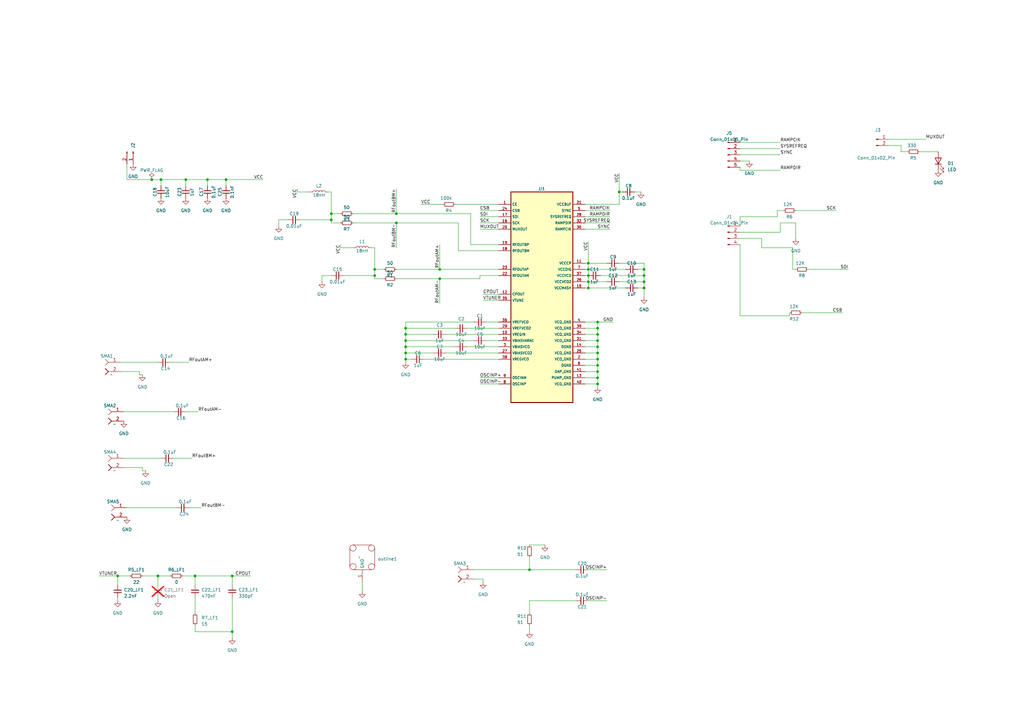
<source format=kicad_sch>
(kicad_sch (version 20231120) (generator "eeschema") (generator_version "8.0")
  (paper "A3")
  (lib_symbols
    (symbol "Connector:Conn_01x02_Pin" (pin_names (offset 1.016) hide)
      (property "Reference" "J" (at 0 2.54 0))
      (property "Value" "Conn_01x02_Pin" (at 0 -5.08 0))
      (symbol "Conn_01x02_Pin_1_1"
        (polyline (pts (xy 1.27 -2.54) (xy 0.8636 -2.54)) (stroke (width 0.1524)))
        (polyline (pts (xy 1.27 0) (xy 0.8636 0)) (stroke (width 0.1524)))
        (rectangle (start 0.8636 -2.413) (end 0 -2.667) (stroke (width 0.1524)) (fill (type outline)))
        (rectangle (start 0.8636 0.127) (end 0 -0.127) (stroke (width 0.1524)) (fill (type outline)))
        (pin passive line (at 5.08 0 180) (length 3.81) (name "Pin_1") (number "1"))
        (pin passive line (at 5.08 -2.54 180) (length 3.81) (name "Pin_2") (number "2"))
      )
    )
    (symbol "Connector:Conn_01x04_Pin" (pin_names (offset 1.016) hide)
      (property "Reference" "J" (at 0 5.08 0))
      (property "Value" "Conn_01x04_Pin" (at 0 -7.62 0))
      (symbol "Conn_01x04_Pin_1_1"
        (polyline (pts (xy 1.27 -5.08) (xy 0.8636 -5.08)) (stroke (width 0.1524)))
        (polyline (pts (xy 1.27 -2.54) (xy 0.8636 -2.54)) (stroke (width 0.1524)))
        (polyline (pts (xy 1.27 0) (xy 0.8636 0)) (stroke (width 0.1524)))
        (polyline (pts (xy 1.27 2.54) (xy 0.8636 2.54)) (stroke (width 0.1524)))
        (rectangle (start 0.8636 -4.953) (end 0 -5.207) (stroke (width 0.1524)) (fill (type outline)))
        (rectangle (start 0.8636 -2.413) (end 0 -2.667) (stroke (width 0.1524)) (fill (type outline)))
        (rectangle (start 0.8636 0.127) (end 0 -0.127) (stroke (width 0.1524)) (fill (type outline)))
        (rectangle (start 0.8636 2.667) (end 0 2.413) (stroke (width 0.1524)) (fill (type outline)))
        (pin passive line (at 5.08 2.54 180) (length 3.81) (name "Pin_1") (number "1"))
        (pin passive line (at 5.08 0 180) (length 3.81) (name "Pin_2") (number "2"))
        (pin passive line (at 5.08 -2.54 180) (length 3.81) (name "Pin_3") (number "3"))
        (pin passive line (at 5.08 -5.08 180) (length 3.81) (name "Pin_4") (number "4"))
      )
    )
    (symbol "Connector:Conn_01x05_Pin" (pin_names (offset 1.016) hide)
      (property "Reference" "J" (at 0 7.62 0))
      (property "Value" "Conn_01x05_Pin" (at 0 -7.62 0))
      (symbol "Conn_01x05_Pin_1_1"
        (polyline (pts (xy 1.27 -5.08) (xy 0.8636 -5.08)) (stroke (width 0.1524)))
        (polyline (pts (xy 1.27 -2.54) (xy 0.8636 -2.54)) (stroke (width 0.1524)))
        (polyline (pts (xy 1.27 0) (xy 0.8636 0)) (stroke (width 0.1524)))
        (polyline (pts (xy 1.27 2.54) (xy 0.8636 2.54)) (stroke (width 0.1524)))
        (polyline (pts (xy 1.27 5.08) (xy 0.8636 5.08)) (stroke (width 0.1524)))
        (rectangle (start 0.8636 -4.953) (end 0 -5.207) (stroke (width 0.1524)) (fill (type outline)))
        (rectangle (start 0.8636 -2.413) (end 0 -2.667) (stroke (width 0.1524)) (fill (type outline)))
        (rectangle (start 0.8636 0.127) (end 0 -0.127) (stroke (width 0.1524)) (fill (type outline)))
        (rectangle (start 0.8636 2.667) (end 0 2.413) (stroke (width 0.1524)) (fill (type outline)))
        (rectangle (start 0.8636 5.207) (end 0 4.953) (stroke (width 0.1524)) (fill (type outline)))
        (pin passive line (at 5.08 5.08 180) (length 3.81) (name "Pin_1") (number "1"))
        (pin passive line (at 5.08 2.54 180) (length 3.81) (name "Pin_2") (number "2"))
        (pin passive line (at 5.08 0 180) (length 3.81) (name "Pin_3") (number "3"))
        (pin passive line (at 5.08 -2.54 180) (length 3.81) (name "Pin_4") (number "4"))
        (pin passive line (at 5.08 -5.08 180) (length 3.81) (name "Pin_5") (number "5"))
      )
    )
    (symbol "Device:C_Small" (pin_numbers hide) (pin_names (offset 0.254) hide)
      (property "Reference" "C" (at 0.254 1.778 0))
      (property "Value" "C_Small" (at 0.254 -2.032 0))
      (symbol "C_Small_0_1"
        (polyline (pts (xy -1.524 -0.508) (xy 1.524 -0.508)) (stroke (width 0.3302)))
        (polyline (pts (xy -1.524 0.508) (xy 1.524 0.508)) (stroke (width 0.3048)))
      )
      (symbol "C_Small_1_1"
        (pin passive line (at 0 2.54 270) (length 2.032) (name "~") (number "1"))
        (pin passive line (at 0 -2.54 90) (length 2.032) (name "~") (number "2"))
      )
    )
    (symbol "Device:L" (pin_numbers hide) (pin_names (offset 1.016) hide)
      (property "Reference" "L" (at -1.27 0 90))
      (property "Value" "L" (at 1.905 0 90))
      (symbol "L_0_1"
        (arc (start 0 -2.54) (mid 0.6323 -1.905) (end 0 -1.27))
        (arc (start 0 -1.27) (mid 0.6323 -0.635) (end 0 0))
        (arc (start 0 0) (mid 0.6323 0.635) (end 0 1.27))
        (arc (start 0 1.27) (mid 0.6323 1.905) (end 0 2.54))
      )
      (symbol "L_1_1"
        (pin passive line (at 0 3.81 270) (length 1.27) (name "1") (number "1"))
        (pin passive line (at 0 -3.81 90) (length 1.27) (name "2") (number "2"))
      )
    )
    (symbol "Device:LED" (pin_numbers hide) (pin_names (offset 1.016) hide)
      (property "Reference" "D" (at 0 2.54 0))
      (property "Value" "LED" (at 0 -2.54 0))
      (symbol "LED_0_1"
        (polyline (pts (xy -1.27 -1.27) (xy -1.27 1.27)) (stroke (width 0.254)))
        (polyline (pts (xy -1.27 0) (xy 1.27 0)))
        (polyline (pts (xy 1.27 -1.27) (xy 1.27 1.27) (xy -1.27 0) (xy 1.27 -1.27)) (stroke (width 0.254)))
        (polyline (pts (xy -3.048 -0.762) (xy -4.572 -2.286) (xy -3.81 -2.286) (xy -4.572 -2.286) (xy -4.572 -1.524)))
        (polyline (pts (xy -1.778 -0.762) (xy -3.302 -2.286) (xy -2.54 -2.286) (xy -3.302 -2.286) (xy -3.302 -1.524)))
      )
      (symbol "LED_1_1"
        (pin passive line (at -3.81 0 0) (length 2.54) (name "K") (number "1"))
        (pin passive line (at 3.81 0 180) (length 2.54) (name "A") (number "2"))
      )
    )
    (symbol "Device:R_Small" (pin_numbers hide) (pin_names (offset 0.254) hide)
      (property "Reference" "R" (at 0.762 0.508 0))
      (property "Value" "R_Small" (at 0.762 -1.016 0))
      (symbol "R_Small_0_1"
        (rectangle (start -0.762 1.778) (end 0.762 -1.778) (stroke (width 0.2032)))
      )
      (symbol "R_Small_1_1"
        (pin passive line (at 0 2.54 270) (length 0.762) (name "~") (number "1"))
        (pin passive line (at 0 -2.54 90) (length 0.762) (name "~") (number "2"))
      )
    )
    (symbol "Radar:PLL-LMX2594"
      (property "Reference" "U" (at 0 0 0))
      (symbol "PLL-LMX2594_0_0"
        (rectangle (start -54.61 39.37) (end -29.21 -46.99) (stroke (width 0.41)) (fill (type background)))
        (pin input line (at -59.69 34.29 0) (length 5.08) (name "CE") (number "1"))
        (pin input line (at -59.69 -19.05 0) (length 5.08) (name "VREGIN") (number "10"))
        (pin power_in line (at -24.13 10.16 180) (length 5.08) (name "VCCCP") (number "11"))
        (pin output line (at -59.69 -2.54 0) (length 5.08) (name "CPOUT") (number "12"))
        (pin power_in line (at -24.13 -36.83 180) (length 5.08) (name "PUMP_GND") (number "13"))
        (pin power_in line (at -24.13 -24.13 180) (length 5.08) (name "DGND") (number "14"))
        (pin power_in line (at -24.13 0 180) (length 5.08) (name "VCCMASH") (number "15"))
        (pin input line (at -59.69 26.67 0) (length 5.08) (name "SCK") (number "16"))
        (pin input line (at -59.69 29.21 0) (length 5.08) (name "SDI") (number "17"))
        (pin output line (at -59.69 15.24 0) (length 5.08) (name "RFOUTBM") (number "18"))
        (pin output line (at -59.69 17.78 0) (length 5.08) (name "RFOUTBP") (number "19"))
        (pin power_in line (at -24.13 -29.21 180) (length 5.08) (name "VCO_GND") (number "2"))
        (pin output line (at -59.69 24.13 0) (length 5.08) (name "MUXOUT") (number "20"))
        (pin power_in line (at -24.13 34.29 180) (length 5.08) (name "VCCBUF") (number "21"))
        (pin output line (at -59.69 5.08 0) (length 5.08) (name "RFOUTAM") (number "22"))
        (pin output line (at -59.69 7.62 0) (length 5.08) (name "RFOUTAP") (number "23"))
        (pin input line (at -59.69 31.75 0) (length 5.08) (name "CSB") (number "24"))
        (pin power_in line (at -24.13 -26.67 180) (length 5.08) (name "VCO_GND") (number "25"))
        (pin power_in line (at -24.13 2.54 180) (length 5.08) (name "VCCVCO2") (number "26"))
        (pin bidirectional line (at -59.69 -26.67 0) (length 5.08) (name "VBIASVCO2") (number "27"))
        (pin input line (at -24.13 29.21 180) (length 5.08) (name "SYSREFREQ") (number "28"))
        (pin input line (at -59.69 -16.51 0) (length 5.08) (name "VREFVCO2") (number "29"))
        (pin bidirectional line (at -59.69 -24.13 0) (length 5.08) (name "VBIASVCO") (number "3"))
        (pin input line (at -24.13 24.13 180) (length 5.08) (name "RAMPCIK") (number "30"))
        (pin power_in line (at -24.13 -21.59 180) (length 5.08) (name "VCO_GND") (number "31"))
        (pin input line (at -24.13 26.67 180) (length 5.08) (name "RAMPDIR") (number "32"))
        (pin bidirectional line (at -59.69 -21.59 0) (length 5.08) (name "VBIASVARAC") (number "33"))
        (pin power_in line (at -24.13 -19.05 180) (length 5.08) (name "VCO_GND") (number "34"))
        (pin input line (at -59.69 -5.08 0) (length 5.08) (name "VTUNE") (number "35"))
        (pin input line (at -59.69 -13.97 0) (length 5.08) (name "VREFVCO") (number "36"))
        (pin power_in line (at -24.13 5.08 180) (length 5.08) (name "VCCVCO") (number "37"))
        (pin bidirectional line (at -59.69 -29.21 0) (length 5.08) (name "VREGVCO") (number "38"))
        (pin power_in line (at -24.13 -16.51 180) (length 5.08) (name "VCO_GND") (number "39"))
        (pin power_in line (at -24.13 -13.97 180) (length 5.08) (name "VCO_GND") (number "4"))
        (pin power_in line (at -24.13 -39.37 180) (length 5.08) (name "VCO_GND") (number "40"))
        (pin power_in line (at -24.13 -34.29 180) (length 5.08) (name "DAP_GND") (number "41"))
        (pin input line (at -24.13 31.75 180) (length 5.08) (name "SYNC") (number "5"))
        (pin power_in line (at -24.13 -31.75 180) (length 5.08) (name "DGND") (number "6"))
        (pin power_in line (at -24.13 7.62 180) (length 5.08) (name "VCCDIG") (number "7"))
        (pin input line (at -59.69 -39.37 0) (length 5.08) (name "OSCINP") (number "8"))
        (pin input line (at -59.69 -36.83 0) (length 5.08) (name "OSCINM") (number "9"))
      )
    )
    (symbol "Radar:SMA"
      (property "Reference" "SMA" (at 1.27 -1.27 0))
      (symbol "SMA_0_1"
        (polyline (pts (xy -1.27 1.27) (xy -2.54 0)))
        (polyline (pts (xy -1.27 1.27) (xy -2.54 0)))
        (polyline (pts (xy -1.27 1.27) (xy -2.54 0)))
        (polyline (pts (xy -1.27 1.27) (xy -2.54 0)))
        (polyline (pts (xy -1.27 1.27) (xy -2.54 2.54)))
        (polyline (pts (xy -1.27 1.27) (xy -2.54 2.54)))
        (polyline (pts (xy -1.27 1.27) (xy -2.54 2.54)))
        (polyline (pts (xy -1.27 1.27) (xy -2.54 2.54)))
        (polyline (pts (xy -1.27 5.08) (xy -2.54 3.81)))
        (polyline (pts (xy -1.27 5.08) (xy -2.54 6.35)))
      )
      (symbol "SMA_1_1"
        (pin passive line (at 3.81 5.08 180) (length 5.08) (name "") (number "1"))
        (pin passive line (at 3.81 1.27 180) (length 5.08) (name "") (number "2"))
      )
    )
    (symbol "Radar:outline"
      (property "Reference" "outline" (at 0 6.35 0))
      (symbol "outline_0_1"
        (circle (center -3.81 -3.81) (radius 1.27))
        (circle (center -3.81 3.81) (radius 1.27))
        (polyline (pts (xy -5.08 3.81) (xy -5.08 -3.81)))
        (polyline (pts (xy -3.81 -5.08) (xy 3.81 -5.08)))
        (polyline (pts (xy 3.81 5.08) (xy -3.81 5.08)))
        (polyline (pts (xy 5.08 3.81) (xy 5.08 -3.81)))
        (circle (center 3.81 -3.81) (radius 1.27))
        (circle (center 3.81 3.81) (radius 1.27))
      )
      (symbol "outline_1_1"
        (pin free line (at -10.16 0 0) (length 5.08) (name "GND") (number "1"))
      )
    )
    (symbol "power:GND" (power) (pin_names (offset 0))
      (property "Value" "GND" (at 0 -3.81 0))
      (symbol "GND_0_1"
        (polyline (pts (xy 0 0) (xy 0 -1.27) (xy 1.27 -1.27) (xy 0 -2.54) (xy -1.27 -1.27) (xy 0 -1.27)))
      )
      (symbol "GND_1_1"
        (pin power_in line (at 0 0 270) (length 0) hide (name "GND") (number "1"))
      )
    )
    (symbol "power:PWR_FLAG" (power) (pin_numbers hide) (pin_names (offset 0) hide)
      (property "Value" "PWR_FLAG" (at 0 3.81 0))
      (symbol "PWR_FLAG_0_0"
        (pin power_out line (at 0 0 90) (length 0) (name "pwr") (number "1"))
      )
      (symbol "PWR_FLAG_0_1"
        (polyline (pts (xy 0 0) (xy 0 1.27) (xy -1.016 1.905) (xy 0 2.54) (xy 1.016 1.905) (xy 0 1.27)))
      )
    )
  )
  (junction (at 241.3 113.03))
  (junction (at 95.25 259.08))
  (junction (at 135.89 90.17))
  (junction (at 153.67 110.49))
  (junction (at 245.11 147.32))
  (junction (at 245.11 139.7))
  (junction (at 62.23 73.66))
  (junction (at 245.11 132.08))
  (junction (at 245.11 144.78))
  (junction (at 166.37 144.78))
  (junction (at 245.11 157.48))
  (junction (at 166.37 147.32))
  (junction (at 245.11 152.4))
  (junction (at 180.34 114.3))
  (junction (at 241.3 107.95))
  (junction (at 166.37 134.62))
  (junction (at 80.01 236.22))
  (junction (at 48.26 236.22))
  (junction (at 245.11 149.86))
  (junction (at 217.17 233.68))
  (junction (at 153.67 113.03))
  (junction (at 92.71 73.66))
  (junction (at 66.04 73.66))
  (junction (at 64.77 236.22))
  (junction (at 95.25 236.22))
  (junction (at 166.37 139.7))
  (junction (at 162.56 87.63))
  (junction (at 245.11 137.16))
  (junction (at 135.89 87.63))
  (junction (at 85.09 73.66))
  (junction (at 264.16 113.03))
  (junction (at 166.37 137.16))
  (junction (at 241.3 110.49))
  (junction (at 180.34 110.49))
  (junction (at 166.37 142.24))
  (junction (at 241.3 118.11))
  (junction (at 162.56 91.44))
  (junction (at 264.16 115.57))
  (junction (at 241.3 115.57))
  (junction (at 264.16 118.11))
  (junction (at 245.11 134.62))
  (junction (at 76.2 73.66))
  (junction (at 245.11 154.94))
  (junction (at 264.16 110.49))
  (junction (at 245.11 142.24))
  (junction (at 254 78.74))
  (wire (pts (xy 193.04 100.33) (xy 193.04 87.63)))
  (wire (pts (xy 196.85 88.9) (xy 204.47 88.9)))
  (wire (pts (xy 372.11 62.23) (xy 369.57 62.23)))
  (wire (pts (xy 162.56 114.3) (xy 180.34 114.3)))
  (wire (pts (xy 248.92 233.68) (xy 241.3 233.68)))
  (wire (pts (xy 240.03 157.48) (xy 245.11 157.48)))
  (wire (pts (xy 180.34 110.49) (xy 204.47 110.49)))
  (wire (pts (xy 264.16 118.11) (xy 264.16 121.92)))
  (wire (pts (xy 148.59 242.57) (xy 148.59 238.76)))
  (wire (pts (xy 64.77 246.38) (xy 64.77 245.11)))
  (wire (pts (xy 69.85 148.59) (xy 77.47 148.59)))
  (wire (pts (xy 240.03 115.57) (xy 241.3 115.57)))
  (wire (pts (xy 95.25 236.22) (xy 95.25 240.03)))
  (wire (pts (xy 325.12 101.6) (xy 325.12 110.49)))
  (wire (pts (xy 135.89 90.17) (xy 135.89 87.63)))
  (wire (pts (xy 241.3 115.57) (xy 248.92 115.57)))
  (wire (pts (xy 114.3 90.17) (xy 118.11 90.17)))
  (wire (pts (xy 250.19 91.44) (xy 240.03 91.44)))
  (wire (pts (xy 240.03 137.16) (xy 245.11 137.16)))
  (wire (pts (xy 194.31 139.7) (xy 166.37 139.7)))
  (wire (pts (xy 303.53 69.85) (xy 320.04 69.85)))
  (wire (pts (xy 186.69 134.62) (xy 166.37 134.62)))
  (wire (pts (xy 82.55 208.28) (xy 77.47 208.28)))
  (wire (pts (xy 245.11 134.62) (xy 245.11 137.16)))
  (wire (pts (xy 166.37 139.7) (xy 166.37 142.24)))
  (wire (pts (xy 240.03 110.49) (xy 241.3 110.49)))
  (wire (pts (xy 245.11 149.86) (xy 245.11 152.4)))
  (wire (pts (xy 312.42 97.79) (xy 303.53 97.79)))
  (wire (pts (xy 58.42 236.22) (xy 64.77 236.22)))
  (wire (pts (xy 217.17 256.54) (xy 217.17 259.08)))
  (wire (pts (xy 144.78 91.44) (xy 162.56 91.44)))
  (wire (pts (xy 250.19 88.9) (xy 240.03 88.9)))
  (wire (pts (xy 264.16 115.57) (xy 264.16 118.11)))
  (wire (pts (xy 80.01 259.08) (xy 95.25 259.08)))
  (wire (pts (xy 240.03 107.95) (xy 241.3 107.95)))
  (wire (pts (xy 204.47 100.33) (xy 193.04 100.33)))
  (wire (pts (xy 196.85 86.36) (xy 204.47 86.36)))
  (wire (pts (xy 166.37 132.08) (xy 166.37 134.62)))
  (wire (pts (xy 66.04 73.66) (xy 66.04 76.2)))
  (wire (pts (xy 92.71 73.66) (xy 107.95 73.66)))
  (wire (pts (xy 52.07 208.28) (xy 72.39 208.28)))
  (wire (pts (xy 245.11 142.24) (xy 245.11 144.78)))
  (wire (pts (xy 57.15 153.67) (xy 58.42 153.67)))
  (wire (pts (xy 240.03 147.32) (xy 245.11 147.32)))
  (wire (pts (xy 303.53 69.85) (xy 303.53 68.58)))
  (wire (pts (xy 245.11 132.08) (xy 251.46 132.08)))
  (wire (pts (xy 74.93 236.22) (xy 80.01 236.22)))
  (wire (pts (xy 153.67 101.6) (xy 153.67 110.49)))
  (wire (pts (xy 312.42 101.6) (xy 325.12 101.6)))
  (wire (pts (xy 52.07 73.66) (xy 52.07 67.31)))
  (wire (pts (xy 245.11 157.48) (xy 245.11 158.75)))
  (wire (pts (xy 196.85 157.48) (xy 204.47 157.48)))
  (wire (pts (xy 153.67 113.03) (xy 153.67 110.49)))
  (wire (pts (xy 85.09 73.66) (xy 85.09 76.2)))
  (wire (pts (xy 57.15 152.4) (xy 49.53 152.4)))
  (wire (pts (xy 50.8 168.91) (xy 71.12 168.91)))
  (wire (pts (xy 166.37 144.78) (xy 177.8 144.78)))
  (wire (pts (xy 254 78.74) (xy 254 83.82)))
  (wire (pts (xy 162.56 77.47) (xy 162.56 87.63)))
  (wire (pts (xy 182.88 137.16) (xy 204.47 137.16)))
  (wire (pts (xy 264.16 110.49) (xy 264.16 113.03)))
  (wire (pts (xy 194.31 237.49) (xy 198.12 237.49)))
  (wire (pts (xy 248.92 246.38) (xy 241.3 246.38)))
  (wire (pts (xy 241.3 113.03) (xy 241.3 115.57)))
  (wire (pts (xy 240.03 132.08) (xy 245.11 132.08)))
  (wire (pts (xy 240.03 113.03) (xy 241.3 113.03)))
  (wire (pts (xy 264.16 107.95) (xy 264.16 110.49)))
  (wire (pts (xy 57.15 152.4) (xy 57.15 153.67)))
  (wire (pts (xy 48.26 240.03) (xy 48.26 236.22)))
  (wire (pts (xy 196.85 91.44) (xy 204.47 91.44)))
  (wire (pts (xy 187.96 102.87) (xy 187.96 91.44)))
  (wire (pts (xy 80.01 245.11) (xy 80.01 251.46)))
  (wire (pts (xy 95.25 236.22) (xy 102.87 236.22)))
  (wire (pts (xy 261.62 110.49) (xy 264.16 110.49)))
  (wire (pts (xy 140.97 113.03) (xy 153.67 113.03)))
  (wire (pts (xy 240.03 118.11) (xy 241.3 118.11)))
  (wire (pts (xy 255.27 78.74) (xy 254 78.74)))
  (wire (pts (xy 325.12 110.49) (xy 326.39 110.49)))
  (wire (pts (xy 95.25 261.62) (xy 95.25 259.08)))
  (wire (pts (xy 240.03 139.7) (xy 245.11 139.7)))
  (wire (pts (xy 326.39 91.44) (xy 326.39 97.79)))
  (wire (pts (xy 198.12 237.49) (xy 198.12 238.76)))
  (wire (pts (xy 240.03 144.78) (xy 245.11 144.78)))
  (wire (pts (xy 303.53 60.96) (xy 320.04 60.96)))
  (wire (pts (xy 241.3 115.57) (xy 241.3 118.11)))
  (wire (pts (xy 81.28 168.91) (xy 76.2 168.91)))
  (wire (pts (xy 166.37 147.32) (xy 168.91 147.32)))
  (wire (pts (xy 127 78.74) (xy 121.92 78.74)))
  (wire (pts (xy 132.08 115.57) (xy 132.08 113.03)))
  (wire (pts (xy 135.89 78.74) (xy 135.89 87.63)))
  (wire (pts (xy 240.03 154.94) (xy 245.11 154.94)))
  (wire (pts (xy 196.85 93.98) (xy 204.47 93.98)))
  (wire (pts (xy 241.3 118.11) (xy 256.54 118.11)))
  (wire (pts (xy 240.03 134.62) (xy 245.11 134.62)))
  (wire (pts (xy 194.31 233.68) (xy 217.17 233.68)))
  (wire (pts (xy 153.67 110.49) (xy 157.48 110.49)))
  (wire (pts (xy 58.42 191.77) (xy 58.42 193.04)))
  (wire (pts (xy 204.47 102.87) (xy 187.96 102.87)))
  (wire (pts (xy 152.4 101.6) (xy 153.67 101.6)))
  (wire (pts (xy 323.85 128.27) (xy 323.85 129.54)))
  (wire (pts (xy 318.77 88.9) (xy 303.53 88.9)))
  (wire (pts (xy 166.37 147.32) (xy 166.37 148.59)))
  (wire (pts (xy 217.17 246.38) (xy 236.22 246.38)))
  (wire (pts (xy 95.25 259.08) (xy 95.25 245.11)))
  (wire (pts (xy 246.38 113.03) (xy 264.16 113.03)))
  (wire (pts (xy 114.3 92.71) (xy 114.3 90.17)))
  (wire (pts (xy 123.19 90.17) (xy 135.89 90.17)))
  (wire (pts (xy 193.04 87.63) (xy 162.56 87.63)))
  (wire (pts (xy 180.34 100.33) (xy 180.34 110.49)))
  (wire (pts (xy 62.23 73.66) (xy 66.04 73.66)))
  (wire (pts (xy 245.11 152.4) (xy 245.11 154.94)))
  (wire (pts (xy 369.57 59.69) (xy 364.49 59.69)))
  (wire (pts (xy 217.17 246.38) (xy 217.17 251.46)))
  (wire (pts (xy 250.19 93.98) (xy 240.03 93.98)))
  (wire (pts (xy 198.12 120.65) (xy 204.47 120.65)))
  (wire (pts (xy 217.17 223.52) (xy 223.52 223.52)))
  (wire (pts (xy 135.89 87.63) (xy 139.7 87.63)))
  (wire (pts (xy 80.01 236.22) (xy 80.01 240.03)))
  (wire (pts (xy 139.7 91.44) (xy 135.89 91.44)))
  (wire (pts (xy 64.77 236.22) (xy 64.77 240.03)))
  (wire (pts (xy 240.03 142.24) (xy 245.11 142.24)))
  (wire (pts (xy 153.67 114.3) (xy 153.67 113.03)))
  (wire (pts (xy 364.49 57.15) (xy 379.73 57.15)))
  (wire (pts (xy 48.26 246.38) (xy 48.26 245.11)))
  (wire (pts (xy 260.35 78.74) (xy 262.89 78.74)))
  (wire (pts (xy 303.53 88.9) (xy 303.53 92.71)))
  (wire (pts (xy 58.42 191.77) (xy 50.8 191.77)))
  (wire (pts (xy 240.03 152.4) (xy 245.11 152.4)))
  (wire (pts (xy 245.11 132.08) (xy 245.11 134.62)))
  (wire (pts (xy 245.11 154.94) (xy 245.11 157.48)))
  (wire (pts (xy 191.77 134.62) (xy 204.47 134.62)))
  (wire (pts (xy 312.42 101.6) (xy 312.42 97.79)))
  (wire (pts (xy 180.34 110.49) (xy 162.56 110.49)))
  (wire (pts (xy 254 115.57) (xy 264.16 115.57)))
  (wire (pts (xy 241.3 110.49) (xy 241.3 113.03)))
  (wire (pts (xy 64.77 236.22) (xy 69.85 236.22)))
  (wire (pts (xy 132.08 113.03) (xy 135.89 113.03)))
  (wire (pts (xy 162.56 87.63) (xy 144.78 87.63)))
  (wire (pts (xy 162.56 91.44) (xy 162.56 101.6)))
  (wire (pts (xy 139.7 101.6) (xy 139.7 100.33)))
  (wire (pts (xy 320.04 95.25) (xy 320.04 91.44)))
  (wire (pts (xy 245.11 137.16) (xy 245.11 139.7)))
  (wire (pts (xy 384.81 62.23) (xy 377.19 62.23)))
  (wire (pts (xy 303.53 129.54) (xy 323.85 129.54)))
  (wire (pts (xy 245.11 147.32) (xy 245.11 149.86)))
  (wire (pts (xy 66.04 73.66) (xy 76.2 73.66)))
  (wire (pts (xy 166.37 142.24) (xy 186.69 142.24)))
  (wire (pts (xy 166.37 144.78) (xy 166.37 147.32)))
  (wire (pts (xy 303.53 58.42) (xy 320.04 58.42)))
  (wire (pts (xy 85.09 73.66) (xy 92.71 73.66)))
  (wire (pts (xy 331.47 110.49) (xy 347.98 110.49)))
  (wire (pts (xy 80.01 256.54) (xy 80.01 259.08)))
  (wire (pts (xy 172.72 83.82) (xy 181.61 83.82)))
  (wire (pts (xy 135.89 91.44) (xy 135.89 90.17)))
  (wire (pts (xy 303.53 100.33) (xy 303.53 129.54)))
  (wire (pts (xy 264.16 113.03) (xy 264.16 115.57)))
  (wire (pts (xy 180.34 114.3) (xy 180.34 124.46)))
  (wire (pts (xy 250.19 86.36) (xy 240.03 86.36)))
  (wire (pts (xy 196.85 113.03) (xy 204.47 113.03)))
  (wire (pts (xy 173.99 147.32) (xy 204.47 147.32)))
  (wire (pts (xy 318.77 88.9) (xy 318.77 86.36)))
  (wire (pts (xy 303.53 95.25) (xy 320.04 95.25)))
  (wire (pts (xy 71.12 187.96) (xy 78.74 187.96)))
  (wire (pts (xy 186.69 83.82) (xy 204.47 83.82)))
  (wire (pts (xy 241.3 107.95) (xy 241.3 110.49)))
  (wire (pts (xy 198.12 123.19) (xy 204.47 123.19)))
  (wire (pts (xy 245.11 139.7) (xy 245.11 142.24)))
  (wire (pts (xy 76.2 73.66) (xy 85.09 73.66)))
  (wire (pts (xy 320.04 91.44) (xy 326.39 91.44)))
  (wire (pts (xy 191.77 142.24) (xy 204.47 142.24)))
  (wire (pts (xy 177.8 137.16) (xy 166.37 137.16)))
  (wire (pts (xy 199.39 139.7) (xy 204.47 139.7)))
  (wire (pts (xy 194.31 132.08) (xy 166.37 132.08)))
  (wire (pts (xy 134.62 78.74) (xy 135.89 78.74)))
  (wire (pts (xy 369.57 62.23) (xy 369.57 59.69)))
  (wire (pts (xy 241.3 107.95) (xy 248.92 107.95)))
  (wire (pts (xy 245.11 144.78) (xy 245.11 147.32)))
  (wire (pts (xy 254 107.95) (xy 264.16 107.95)))
  (wire (pts (xy 58.42 193.04) (xy 59.69 193.04)))
  (wire (pts (xy 162.56 91.44) (xy 187.96 91.44)))
  (wire (pts (xy 241.3 110.49) (xy 256.54 110.49)))
  (wire (pts (xy 40.64 236.22) (xy 48.26 236.22)))
  (wire (pts (xy 217.17 233.68) (xy 236.22 233.68)))
  (wire (pts (xy 199.39 132.08) (xy 204.47 132.08)))
  (wire (pts (xy 144.78 101.6) (xy 139.7 101.6)))
  (wire (pts (xy 166.37 142.24) (xy 166.37 144.78)))
  (wire (pts (xy 328.93 128.27) (xy 345.44 128.27)))
  (wire (pts (xy 76.2 73.66) (xy 76.2 76.2)))
  (wire (pts (xy 180.34 114.3) (xy 196.85 114.3)))
  (wire (pts (xy 80.01 236.22) (xy 95.25 236.22)))
  (wire (pts (xy 318.77 86.36) (xy 321.31 86.36)))
  (wire (pts (xy 50.8 187.96) (xy 66.04 187.96)))
  (wire (pts (xy 121.92 78.74) (xy 121.92 77.47)))
  (wire (pts (xy 166.37 134.62) (xy 166.37 137.16)))
  (wire (pts (xy 241.3 99.06) (xy 241.3 107.95)))
  (wire (pts (xy 48.26 236.22) (xy 53.34 236.22)))
  (wire (pts (xy 92.71 73.66) (xy 92.71 76.2)))
  (wire (pts (xy 49.53 148.59) (xy 64.77 148.59)))
  (wire (pts (xy 240.03 149.86) (xy 245.11 149.86)))
  (wire (pts (xy 303.53 66.04) (xy 307.34 66.04)))
  (wire (pts (xy 182.88 144.78) (xy 204.47 144.78)))
  (wire (pts (xy 326.39 86.36) (xy 342.9 86.36)))
  (wire (pts (xy 52.07 73.66) (xy 62.23 73.66)))
  (wire (pts (xy 303.53 63.5) (xy 320.04 63.5)))
  (wire (pts (xy 217.17 228.6) (xy 217.17 233.68)))
  (wire (pts (xy 196.85 114.3) (xy 196.85 113.03)))
  (wire (pts (xy 166.37 137.16) (xy 166.37 139.7)))
  (wire (pts (xy 157.48 114.3) (xy 153.67 114.3)))
  (wire (pts (xy 196.85 154.94) (xy 204.47 154.94)))
  (wire (pts (xy 240.03 83.82) (xy 254 83.82)))
  (wire (pts (xy 261.62 118.11) (xy 264.16 118.11)))
  (wire (pts (xy 254 71.12) (xy 254 78.74)))
  (label "MUXOUT" (at 196.85 93.98 0))
  (label "RFoutBM-" (at 162.56 101.6 90))
  (label "SCK" (at 196.85 91.44 0))
  (label "SYNC" (at 320.04 63.5 0))
  (label "RFoutAM+" (at 180.34 100.33 270))
  (label "SCK" (at 342.9 86.36 180))
  (label "VCC" (at 139.7 100.33 270))
  (label "OSCINP-" (at 196.85 157.48 0))
  (label "VCC" (at 107.95 73.66 180))
  (label "RFoutAM-" (at 180.34 124.46 90))
  (label "RAMPCIK" (at 320.04 58.42 0))
  (label "RFoutAM-" (at 81.28 168.91 0))
  (label "OSCINP+" (at 248.92 233.68 180))
  (label "VTUNER" (at 198.12 123.19 0))
  (label "SYSREFREQ" (at 320.04 60.96 0))
  (label "RFoutBM-" (at 82.55 208.28 0))
  (label "VTUNER" (at 40.64 236.22 0))
  (label "RFoutAM+" (at 77.47 148.59 0))
  (label "SYSREFREQ" (at 250.19 91.44 180))
  (label "RFoutBM+" (at 162.56 77.47 270))
  (label "OSCINP-" (at 248.92 246.38 180))
  (label "RAMPDIR" (at 250.19 88.9 180))
  (label "CSB" (at 345.44 128.27 180))
  (label "VCC" (at 254 71.12 270))
  (label "RFoutBM+" (at 78.74 187.96 0))
  (label "SYNC" (at 250.19 93.98 180))
  (label "RAMPDIR" (at 320.04 69.85 0))
  (label "RAMPCIK" (at 250.19 86.36 180))
  (label "VCC" (at 241.3 99.06 270))
  (label "OSCINP+" (at 196.85 154.94 0))
  (label "SDI" (at 196.85 88.9 0))
  (label "VCC" (at 121.92 77.47 270))
  (label "CPOUT" (at 198.12 120.65 0))
  (label "CPOUT" (at 102.87 236.22 180))
  (label "CSB" (at 196.85 86.36 0))
  (label "GND" (at 251.46 132.08 180))
  (label "VCC" (at 172.72 83.82 0))
  (label "SDI" (at 347.98 110.49 180))
  (label "MUXOUT" (at 379.73 57.15 0))
  (symbol (lib_id "Device:R_Small") (at 55.88 236.22 90) (unit 1)
    (property "Reference" "R5_LF1" (at 55.88 233.68 90))
    (property "Value" "22" (at 55.88 238.76 90))
    (property "Footprint" "Resistor_SMD:R_0402_1005Metric" (effects (hide yes)))
  )
  (symbol (lib_id "power:GND") (at 245.11 158.75 0) (unit 1)
    (property "Reference" "#PWR02" (effects (hide yes)))
    (property "Value" "GND" (at 245.11 163.83 0))
  )
  (symbol (lib_id "Device:C_Small") (at 138.43 113.03 90) (unit 1)
    (property "Reference" "C15" (at 138.43 110.49 90))
    (property "Value" "0.01uF" (at 138.43 115.57 90))
    (property "Footprint" "Capacitor_SMD:C_0402_1005Metric" (effects (hide yes)))
  )
  (symbol (lib_id "Device:R_Small") (at 72.39 236.22 90) (unit 1)
    (property "Reference" "R6_LF1" (at 72.39 233.68 90))
    (property "Value" "0" (at 72.39 238.76 90))
    (property "Footprint" "Resistor_SMD:R_0402_1005Metric" (effects (hide yes)))
  )
  (symbol (lib_id "power:GND") (at 52.07 212.09 0) (unit 1)
    (property "Reference" "#PWR021" (effects (hide yes)))
    (property "Value" "GND" (at 52.07 217.17 0))
  )
  (symbol (lib_id "power:PWR_FLAG") (at 62.23 73.66 0) (unit 1)
    (property "Reference" "#FLG01" (effects (hide yes)))
    (property "Value" "PWR_FLAG" (at 62.23 69.85 0))
  )
  (symbol (lib_id "Device:L") (at 148.59 101.6 90) (unit 1)
    (property "Reference" "L1" (at 148.59 99.06 90))
    (property "Value" "18nH" (at 148.59 102.87 90))
    (property "Footprint" "Inductor_SMD:L_0603_1608Metric" (effects (hide yes)))
  )
  (symbol (lib_id "Radar:outline") (at 148.59 228.6 90) (unit 1)
    (property "Reference" "outline1" (at 154.94 229.235 90) (effects (justify right)))
    (property "Value" "~" (at 147.32 228.6 0))
    (property "Footprint" "MUSIC_Lab:Outline_4x3_cavity_20230728" (effects (hide yes)))
  )
  (symbol (lib_id "power:GND") (at 114.3 92.71 0) (unit 1)
    (property "Reference" "#PWR018" (effects (hide yes)))
    (property "Value" "GND" (at 114.3 97.79 0))
  )
  (symbol (lib_id "Device:C_Small") (at 180.34 144.78 270) (unit 1)
    (property "Reference" "C7" (at 180.34 142.24 90))
    (property "Value" "10uF" (at 180.34 147.32 90))
    (property "Footprint" "Capacitor_SMD:C_0603_1608Metric" (effects (hide yes)))
  )
  (symbol (lib_id "power:GND") (at 307.34 66.04 0) (unit 1)
    (property "Reference" "#PWR016" (effects (hide yes)))
    (property "Value" "GND" (at 307.34 71.12 0))
  )
  (symbol (lib_id "Device:C_Small") (at 95.25 242.57 180) (unit 1)
    (property "Reference" "C23_LF1" (at 97.79 241.9286 0) (effects (justify right)))
    (property "Value" "330pF" (at 97.79 244.4686 0) (effects (justify right)))
    (property "Footprint" "Capacitor_SMD:C_0402_1005Metric" (effects (hide yes)))
  )
  (symbol (lib_id "power:GND") (at 217.17 259.08 0) (unit 1)
    (property "Reference" "#PWR019" (effects (hide yes)))
    (property "Value" "GND" (at 217.17 264.16 0))
  )
  (symbol (lib_id "power:GND") (at 223.52 223.52 0) (unit 1)
    (property "Reference" "#PWR015" (effects (hide yes)))
    (property "Value" "GND" (at 223.52 228.6 0))
  )
  (symbol (lib_id "Device:R_Small") (at 323.85 86.36 90) (unit 1)
    (property "Reference" "R6" (at 325.12 88.9 90) (effects (justify left)))
    (property "Value" "12K" (at 325.12 83.82 90) (effects (justify left)))
    (property "Footprint" "Resistor_SMD:R_0402_1005Metric" (effects (hide yes)))
  )
  (symbol (lib_id "Device:L") (at 130.81 78.74 90) (unit 1)
    (property "Reference" "L2" (at 130.81 76.2 90))
    (property "Value" "18nH" (at 130.81 80.01 90))
    (property "Footprint" "Inductor_SMD:L_0603_1608Metric" (effects (hide yes)))
  )
  (symbol (lib_id "Device:C_Small") (at 180.34 137.16 270) (unit 1)
    (property "Reference" "C3" (at 180.34 133.35 90))
    (property "Value" "1uF" (at 180.34 139.7 90))
    (property "Footprint" "Capacitor_SMD:C_0402_1005Metric" (effects (hide yes)))
  )
  (symbol (lib_id "Radar:SMA") (at 46.99 173.99 0) (unit 1)
    (property "Reference" "SMA2" (at 45.085 166.37 0))
    (property "Value" "~" (at 46.99 173.99 0))
    (property "Footprint" "MUSIC_Lab:SMA_KHD_Back" (effects (hide yes)))
  )
  (symbol (lib_id "Device:C_Small") (at 251.46 107.95 90) (unit 1)
    (property "Reference" "C9" (at 251.46 105.41 90))
    (property "Value" "1uF" (at 251.46 110.49 90))
    (property "Footprint" "Capacitor_SMD:C_0402_1005Metric" (effects (hide yes)))
  )
  (symbol (lib_id "Device:LED") (at 384.81 66.04 90) (unit 1)
    (property "Reference" "D1" (at 388.62 66.9925 90) (effects (justify right)))
    (property "Value" "LED" (at 388.62 69.5325 90) (effects (justify right)))
    (property "Footprint" "LED_SMD:LED_0603_1608Metric" (effects (hide yes)))
  )
  (symbol (lib_id "Device:C_Small") (at 196.85 139.7 270) (unit 1)
    (property "Reference" "C5" (at 196.85 137.16 90))
    (property "Value" "10uF" (at 196.85 142.24 90))
    (property "Footprint" "Capacitor_SMD:C_0603_1608Metric" (effects (hide yes)))
  )
  (symbol (lib_id "power:GND") (at 95.25 261.62 0) (unit 1)
    (property "Reference" "#PWR012" (effects (hide yes)))
    (property "Value" "GND" (at 95.25 266.7 0))
  )
  (symbol (lib_id "power:GND") (at 59.69 193.04 0) (unit 1)
    (property "Reference" "#PWR024" (effects (hide yes)))
    (property "Value" "GND" (at 59.69 198.12 0))
  )
  (symbol (lib_id "Device:C_Small") (at 238.76 233.68 90) (unit 1)
    (property "Reference" "C20" (at 238.76 231.14 90))
    (property "Value" "0.1uF" (at 238.76 236.22 90))
    (property "Footprint" "Capacitor_SMD:C_0402_1005Metric" (effects (hide yes)))
  )
  (symbol (lib_id "Radar:SMA") (at 45.72 153.67 0) (unit 1)
    (property "Reference" "SMA1" (at 43.815 146.05 0))
    (property "Value" "~" (at 45.72 153.67 0))
    (property "Footprint" "MUSIC_Lab:SMA_KHD_Back" (effects (hide yes)))
  )
  (symbol (lib_id "Device:R_Small") (at 326.39 128.27 90) (unit 1)
    (property "Reference" "R12" (at 327.66 130.81 90) (effects (justify left)))
    (property "Value" "12K" (at 327.66 125.73 90) (effects (justify left)))
    (property "Footprint" "Resistor_SMD:R_0402_1005Metric" (effects (hide yes)))
  )
  (symbol (lib_id "Device:C_Small") (at 74.93 208.28 90) (unit 1)
    (property "Reference" "C24" (at 77.47 210.82 90) (effects (justify left)))
    (property "Value" "0.1uF" (at 78.74 205.74 90) (effects (justify left)))
    (property "Footprint" "Capacitor_SMD:C_0402_1005Metric" (effects (hide yes)))
  )
  (symbol (lib_id "Radar:SMA") (at 190.5 238.76 0) (unit 1)
    (property "Reference" "SMA3" (at 188.595 231.14 0))
    (property "Value" "~" (at 190.5 238.76 0))
    (property "Footprint" "MUSIC_Lab:SMA_KHD_Back" (effects (hide yes)))
  )
  (symbol (lib_id "Device:R_Small") (at 328.93 110.49 90) (unit 1)
    (property "Reference" "R8" (at 330.2 113.03 90) (effects (justify left)))
    (property "Value" "12K" (at 330.2 107.95 90) (effects (justify left)))
    (property "Footprint" "Resistor_SMD:R_0402_1005Metric" (effects (hide yes)))
  )
  (symbol (lib_id "power:GND") (at 48.26 246.38 0) (unit 1)
    (property "Reference" "#PWR014" (effects (hide yes)))
    (property "Value" "GND" (at 48.26 251.46 0))
  )
  (symbol (lib_id "Device:C_Small") (at 80.01 242.57 180) (unit 1)
    (property "Reference" "C22_LF1" (at 82.55 241.9286 0) (effects (justify right)))
    (property "Value" "470nF" (at 82.55 244.4686 0) (effects (justify right)))
    (property "Footprint" "Capacitor_SMD:C_0402_1005Metric" (effects (hide yes)))
  )
  (symbol (lib_id "Device:C_Small") (at 120.65 90.17 90) (unit 1)
    (property "Reference" "C19" (at 120.65 87.63 90))
    (property "Value" "0.01uF" (at 120.65 92.71 90))
    (property "Footprint" "Capacitor_SMD:C_0402_1005Metric" (effects (hide yes)))
  )
  (symbol (lib_id "Device:C_Small") (at 243.84 113.03 90) (unit 1)
    (property "Reference" "C11" (at 243.84 110.49 90))
    (property "Value" "1uF" (at 243.84 115.57 90))
    (property "Footprint" "Capacitor_SMD:C_0402_1005Metric" (effects (hide yes)))
  )
  (symbol (lib_id "Device:C_Small") (at 85.09 78.74 180) (unit 1)
    (property "Reference" "C17" (at 82.55 78.74 90))
    (property "Value" "0.1uF" (at 87.63 78.74 90))
    (property "Footprint" "Capacitor_SMD:C_0402_1005Metric" (effects (hide yes)))
  )
  (symbol (lib_id "Device:C_Small") (at 67.31 148.59 90) (unit 1)
    (property "Reference" "C14" (at 69.85 151.13 90) (effects (justify left)))
    (property "Value" "0.1uF" (at 71.12 146.05 90) (effects (justify left)))
    (property "Footprint" "Capacitor_SMD:C_0402_1005Metric" (effects (hide yes)))
  )
  (symbol (lib_id "Device:R_Small") (at 142.24 91.44 90) (unit 1)
    (property "Reference" "R7" (at 143.51 93.98 90) (effects (justify left)))
    (property "Value" "50" (at 143.51 88.9 90) (effects (justify left)))
    (property "Footprint" "Resistor_SMD:R_0402_1005Metric" (effects (hide yes)))
  )
  (symbol (lib_id "Radar:SMA") (at 48.26 213.36 0) (unit 1)
    (property "Reference" "SMA5" (at 46.355 205.74 0))
    (property "Value" "~" (at 48.26 213.36 0))
    (property "Footprint" "MUSIC_Lab:SMA_KHD_Back" (effects (hide yes)))
  )
  (symbol (lib_id "Device:C_Small") (at 66.04 78.74 180) (unit 1)
    (property "Reference" "C18" (at 63.5 78.74 90))
    (property "Value" "10uF" (at 68.58 78.74 90))
    (property "Footprint" "Capacitor_SMD:C_0603_1608Metric" (effects (hide yes)))
  )
  (symbol (lib_id "Device:R_Small") (at 160.02 114.3 90) (unit 1)
    (property "Reference" "R2" (at 161.29 116.84 90) (effects (justify left)))
    (property "Value" "50" (at 161.29 111.76 90) (effects (justify left)))
    (property "Footprint" "Resistor_SMD:R_0402_1005Metric" (effects (hide yes)))
  )
  (symbol (lib_id "Radar:SMA") (at 46.99 193.04 0) (unit 1)
    (property "Reference" "SMA4" (at 45.085 185.42 0))
    (property "Value" "~" (at 46.99 193.04 0))
    (property "Footprint" "MUSIC_Lab:SMA_KHD_Back" (effects (hide yes)))
  )
  (symbol (lib_id "Device:C_Small") (at 48.26 242.57 180) (unit 1)
    (property "Reference" "C20_LF1" (at 50.8 241.9286 0) (effects (justify right)))
    (property "Value" "2.2nF" (at 50.8 244.4686 0) (effects (justify right)))
    (property "Footprint" "Capacitor_SMD:C_0402_1005Metric" (effects (hide yes)))
  )
  (symbol (lib_id "power:GND") (at 85.09 81.28 0) (unit 1)
    (property "Reference" "#PWR07" (effects (hide yes)))
    (property "Value" "GND" (at 85.09 86.36 0))
  )
  (symbol (lib_id "Device:C_Small") (at 92.71 78.74 180) (unit 1)
    (property "Reference" "C25" (at 90.17 78.74 90))
    (property "Value" "0.1nF" (at 95.25 78.74 90))
    (property "Footprint" "Capacitor_SMD:C_0402_1005Metric" (effects (hide yes)))
  )
  (symbol (lib_id "Device:R_Small") (at 217.17 226.06 0) (unit 1)
    (property "Reference" "R10" (at 212.09 224.79 0) (effects (justify left)))
    (property "Value" "51" (at 212.09 227.33 0) (effects (justify left)))
    (property "Footprint" "Resistor_SMD:R_0402_1005Metric" (effects (hide yes)))
  )
  (symbol (lib_id "Device:C_Small") (at 189.23 134.62 270) (unit 1)
    (property "Reference" "C2" (at 189.23 130.81 90))
    (property "Value" "10uF" (at 189.23 137.16 90))
    (property "Footprint" "Capacitor_SMD:C_0603_1608Metric" (effects (hide yes)))
  )
  (symbol (lib_id "Device:C_Small") (at 64.77 242.57 180) (unit 1) (dnp yes)
    (property "Reference" "C21_LF1" (at 67.31 241.9286 0) (effects (justify right)))
    (property "Value" "Open" (at 67.31 244.4686 0) (effects (justify right)))
    (property "Footprint" "Capacitor_SMD:C_0402_1005Metric" (effects (hide yes)))
  )
  (symbol (lib_id "power:GND") (at 92.71 81.28 0) (unit 1)
    (property "Reference" "#PWR025" (effects (hide yes)))
    (property "Value" "GND" (at 92.71 86.36 0))
  )
  (symbol (lib_id "Connector:Conn_01x02_Pin") (at 54.61 62.23 270) (unit 1)
    (property "Reference" "J2" (at 54.61 59.69 0))
    (property "Value" "Conn_01x02_Pin" (effects (hide yes)))
    (property "Footprint" "Connector_JST:JST_XH_B2B-XH-A_1x02_P2.50mm_Vertical" (effects (hide yes)))
  )
  (symbol (lib_id "Connector:Conn_01x05_Pin") (at 298.45 63.5 0) (unit 1)
    (property "Reference" "J5" (at 299.085 54.61 0))
    (property "Value" "Conn_01x05_Pin" (at 299.085 57.15 0))
    (property "Footprint" "Connector_JST:JST_XH_B5B-XH-A_1x05_P2.50mm_Vertical" (effects (hide yes)))
  )
  (symbol (lib_id "Device:C_Small") (at 189.23 142.24 270) (unit 1)
    (property "Reference" "C4" (at 189.23 139.7 90))
    (property "Value" "10uF" (at 189.23 144.78 90))
    (property "Footprint" "Capacitor_SMD:C_0603_1608Metric" (effects (hide yes)))
  )
  (symbol (lib_id "power:GND") (at 76.2 81.28 0) (unit 1)
    (property "Reference" "#PWR023" (effects (hide yes)))
    (property "Value" "GND" (at 76.2 86.36 0))
  )
  (symbol (lib_id "Device:R_Small") (at 374.65 62.23 90) (unit 1)
    (property "Reference" "R5" (at 375.92 64.77 90) (effects (justify left)))
    (property "Value" "330" (at 375.92 59.69 90) (effects (justify left)))
    (property "Footprint" "Resistor_SMD:R_0402_1005Metric" (effects (hide yes)))
  )
  (symbol (lib_id "Device:R_Small") (at 160.02 110.49 90) (unit 1)
    (property "Reference" "R1" (at 161.29 113.03 90) (effects (justify left)))
    (property "Value" "50" (at 161.29 107.95 90) (effects (justify left)))
    (property "Footprint" "Resistor_SMD:R_0402_1005Metric" (effects (hide yes)))
  )
  (symbol (lib_id "power:GND") (at 148.59 242.57 0) (unit 1)
    (property "Reference" "#PWR08" (effects (hide yes)))
    (property "Value" "GND" (at 148.59 247.65 0))
  )
  (symbol (lib_id "power:GND") (at 262.89 78.74 0) (unit 1)
    (property "Reference" "#PWR010" (effects (hide yes)))
    (property "Value" "GND" (at 262.89 83.82 0))
  )
  (symbol (lib_id "Device:C_Small") (at 259.08 110.49 90) (unit 1)
    (property "Reference" "C10" (at 259.08 107.95 90))
    (property "Value" "1uF" (at 259.08 113.03 90))
    (property "Footprint" "Capacitor_SMD:C_0402_1005Metric" (effects (hide yes)))
  )
  (symbol (lib_id "Device:C_Small") (at 76.2 78.74 180) (unit 1)
    (property "Reference" "C23" (at 73.66 78.74 90))
    (property "Value" "1uF" (at 78.74 78.74 90))
    (property "Footprint" "Capacitor_SMD:C_0402_1005Metric" (effects (hide yes)))
  )
  (symbol (lib_id "Device:R_Small") (at 184.15 83.82 90) (unit 1)
    (property "Reference" "R4" (at 185.42 86.36 90) (effects (justify left)))
    (property "Value" "100k" (at 185.42 81.28 90) (effects (justify left)))
    (property "Footprint" "Resistor_SMD:R_0402_1005Metric" (effects (hide yes)))
  )
  (symbol (lib_id "Device:R_Small") (at 80.01 254 0) (unit 1)
    (property "Reference" "R7_LF1" (at 82.55 253.365 0) (effects (justify left)))
    (property "Value" "15" (at 82.55 255.905 0) (effects (justify left)))
    (property "Footprint" "Resistor_SMD:R_0402_1005Metric" (effects (hide yes)))
  )
  (symbol (lib_id "Device:C_Small") (at 171.45 147.32 270) (unit 1)
    (property "Reference" "C6" (at 171.45 144.78 90))
    (property "Value" "1uF" (at 171.45 149.86 90))
    (property "Footprint" "Capacitor_SMD:C_0402_1005Metric" (effects (hide yes)))
  )
  (symbol (lib_id "Radar:PLL-LMX2594") (at 264.16 118.11 0) (unit 1)
    (property "Reference" "U1" (at 222.25 77.47 0))
    (property "Value" "~" (at 264.16 118.11 0))
    (property "Footprint" "MUSIC_Lab:LMX2594-QFN41N" (effects (hide yes)))
  )
  (symbol (lib_id "Device:C_Small") (at 257.81 78.74 90) (unit 1)
    (property "Reference" "C8" (at 257.81 76.2 90))
    (property "Value" "0.1uF" (at 257.81 81.28 90))
    (property "Footprint" "Capacitor_SMD:C_0402_1005Metric" (effects (hide yes)))
  )
  (symbol (lib_id "power:GND") (at 166.37 148.59 0) (unit 1)
    (property "Reference" "#PWR01" (effects (hide yes)))
    (property "Value" "GND" (at 166.37 153.67 0))
  )
  (symbol (lib_id "power:GND") (at 50.8 172.72 0) (unit 1)
    (property "Reference" "#PWR06" (effects (hide yes)))
    (property "Value" "GND" (at 50.8 177.8 0))
  )
  (symbol (lib_id "Connector:Conn_01x02_Pin") (at 359.41 57.15 0) (unit 1)
    (property "Reference" "J3" (at 360.045 53.34 0))
    (property "Value" "Conn_01x02_Pin" (at 359.41 64.77 0))
    (property "Footprint" "Connector_PinHeader_2.54mm:PinHeader_1x02_P2.54mm_Vertical" (effects (hide yes)))
  )
  (symbol (lib_id "Device:C_Small") (at 259.08 118.11 270) (mirror x) (unit 1)
    (property "Reference" "C13" (at 259.08 115.57 90))
    (property "Value" "1uF" (at 259.08 120.65 90))
    (property "Footprint" "Capacitor_SMD:C_0402_1005Metric" (effects (hide yes)))
  )
  (symbol (lib_id "power:GND") (at 66.04 81.28 0) (unit 1)
    (property "Reference" "#PWR011" (effects (hide yes)))
    (property "Value" "GND" (at 66.04 86.36 0))
  )
  (symbol (lib_id "power:GND") (at 264.16 121.92 0) (unit 1)
    (property "Reference" "#PWR03" (effects (hide yes)))
    (property "Value" "GND" (at 264.16 127 0))
  )
  (symbol (lib_id "power:GND") (at 54.61 67.31 0) (unit 1)
    (property "Reference" "#PWR017" (effects (hide yes)))
    (property "Value" "GND" (at 54.61 72.39 0))
  )
  (symbol (lib_id "power:GND") (at 198.12 238.76 0) (unit 1)
    (property "Reference" "#PWR020" (effects (hide yes)))
    (property "Value" "GND" (at 198.12 243.84 0))
  )
  (symbol (lib_id "power:GND") (at 384.81 69.85 0) (unit 1)
    (property "Reference" "#PWR09" (effects (hide yes)))
    (property "Value" "GND" (at 384.81 74.93 0))
  )
  (symbol (lib_id "Connector:Conn_01x04_Pin") (at 298.45 95.25 0) (unit 1)
    (property "Reference" "J1" (at 299.085 88.9 0))
    (property "Value" "Conn_01x04_Pin" (at 299.085 91.44 0))
    (property "Footprint" "Connector_JST:JST_XH_B4B-XH-A_1x04_P2.50mm_Vertical" (effects (hide yes)))
  )
  (symbol (lib_id "Device:C_Small") (at 238.76 246.38 270) (unit 1)
    (property "Reference" "C21" (at 238.76 248.92 90))
    (property "Value" "0.1uF" (at 238.76 243.84 90))
    (property "Footprint" "Capacitor_SMD:C_0402_1005Metric" (effects (hide yes)))
  )
  (symbol (lib_id "power:GND") (at 58.42 153.67 0) (unit 1)
    (property "Reference" "#PWR05" (effects (hide yes)))
    (property "Value" "GND" (at 58.42 158.75 0))
  )
  (symbol (lib_id "Device:C_Small") (at 73.66 168.91 90) (unit 1)
    (property "Reference" "C16" (at 76.2 171.45 90) (effects (justify left)))
    (property "Value" "0.1uF" (at 77.47 166.37 90) (effects (justify left)))
    (property "Footprint" "Capacitor_SMD:C_0402_1005Metric" (effects (hide yes)))
  )
  (symbol (lib_id "Device:R_Small") (at 142.24 87.63 90) (unit 1)
    (property "Reference" "R3" (at 143.51 90.17 90) (effects (justify left)))
    (property "Value" "50" (at 143.51 85.09 90) (effects (justify left)))
    (property "Footprint" "Resistor_SMD:R_0402_1005Metric" (effects (hide yes)))
  )
  (symbol (lib_id "Device:C_Small") (at 251.46 115.57 90) (unit 1)
    (property "Reference" "C12" (at 251.46 113.03 90))
    (property "Value" "1uF" (at 251.46 118.11 90))
    (property "Footprint" "Capacitor_SMD:C_0402_1005Metric" (effects (hide yes)))
  )
  (symbol (lib_id "Device:R_Small") (at 217.17 254 0) (unit 1)
    (property "Reference" "R11" (at 212.09 252.73 0) (effects (justify left)))
    (property "Value" "51" (at 212.09 255.27 0) (effects (justify left)))
    (property "Footprint" "Resistor_SMD:R_0402_1005Metric" (effects (hide yes)))
  )
  (symbol (lib_id "power:GND") (at 64.77 246.38 0) (unit 1)
    (property "Reference" "#PWR013" (effects (hide yes)))
    (property "Value" "GND" (at 64.77 251.46 0))
  )
  (symbol (lib_id "power:GND") (at 326.39 97.79 0) (unit 1)
    (property "Reference" "#PWR022" (effects (hide yes)))
    (property "Value" "GND" (at 326.39 102.87 0))
  )
  (symbol (lib_id "Device:C_Small") (at 196.85 132.08 270) (unit 1)
    (property "Reference" "C1" (at 196.85 129.54 90))
    (property "Value" "10uF" (at 196.85 134.62 90))
    (property "Footprint" "Capacitor_SMD:C_0603_1608Metric" (effects (hide yes)))
  )
  (symbol (lib_id "Device:C_Small") (at 68.58 187.96 90) (unit 1)
    (property "Reference" "C22" (at 71.12 190.5 90) (effects (justify left)))
    (property "Value" "0.1uF" (at 72.39 185.42 90) (effects (justify left)))
    (property "Footprint" "Capacitor_SMD:C_0402_1005Metric" (effects (hide yes)))
  )
  (symbol (lib_id "power:GND") (at 132.08 115.57 0) (unit 1)
    (property "Reference" "#PWR04" (effects (hide yes)))
    (property "Value" "GND" (at 132.08 120.65 0))
  )
)
</source>
